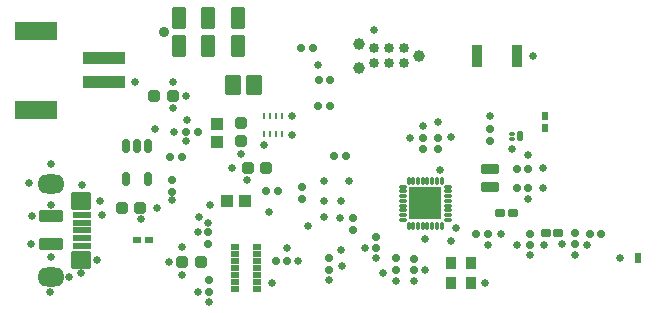
<source format=gts>
%TF.GenerationSoftware,KiCad,Pcbnew,9.0.3*%
%TF.CreationDate,2025-09-07T12:19:25+02:00*%
%TF.ProjectId,LoTiBloxy,4c6f5469-426c-46f7-9879-2e6b69636164,rev?*%
%TF.SameCoordinates,Original*%
%TF.FileFunction,Soldermask,Top*%
%TF.FilePolarity,Negative*%
%FSLAX46Y46*%
G04 Gerber Fmt 4.6, Leading zero omitted, Abs format (unit mm)*
G04 Created by KiCad (PCBNEW 9.0.3) date 2025-09-07 12:19:25*
%MOMM*%
%LPD*%
G01*
G04 APERTURE LIST*
G04 Aperture macros list*
%AMRoundRect*
0 Rectangle with rounded corners*
0 $1 Rounding radius*
0 $2 $3 $4 $5 $6 $7 $8 $9 X,Y pos of 4 corners*
0 Add a 4 corners polygon primitive as box body*
4,1,4,$2,$3,$4,$5,$6,$7,$8,$9,$2,$3,0*
0 Add four circle primitives for the rounded corners*
1,1,$1+$1,$2,$3*
1,1,$1+$1,$4,$5*
1,1,$1+$1,$6,$7*
1,1,$1+$1,$8,$9*
0 Add four rect primitives between the rounded corners*
20,1,$1+$1,$2,$3,$4,$5,0*
20,1,$1+$1,$4,$5,$6,$7,0*
20,1,$1+$1,$6,$7,$8,$9,0*
20,1,$1+$1,$8,$9,$2,$3,0*%
G04 Aperture macros list end*
%ADD10RoundRect,0.030000X-1.701800X0.749300X-1.701800X-0.749300X1.701800X-0.749300X1.701800X0.749300X0*%
%ADD11RoundRect,0.030000X-1.752600X0.495300X-1.752600X-0.495300X1.752600X-0.495300X1.752600X0.495300X0*%
%ADD12R,0.500000X0.900000*%
%ADD13RoundRect,0.150000X-0.150000X-0.200000X0.150000X-0.200000X0.150000X0.200000X-0.150000X0.200000X0*%
%ADD14RoundRect,0.030000X-0.469900X0.482600X-0.469900X-0.482600X0.469900X-0.482600X0.469900X0.482600X0*%
%ADD15RoundRect,0.155000X-0.185000X0.155000X-0.185000X-0.155000X0.185000X-0.155000X0.185000X0.155000X0*%
%ADD16RoundRect,0.155000X0.155000X0.185000X-0.155000X0.185000X-0.155000X-0.185000X0.155000X-0.185000X0*%
%ADD17RoundRect,0.240000X0.240000X0.265000X-0.240000X0.265000X-0.240000X-0.265000X0.240000X-0.265000X0*%
%ADD18RoundRect,0.030000X-0.698500X0.349250X-0.698500X-0.349250X0.698500X-0.349250X0.698500X0.349250X0*%
%ADD19RoundRect,0.102000X0.550000X0.710000X-0.550000X0.710000X-0.550000X-0.710000X0.550000X-0.710000X0*%
%ADD20RoundRect,0.030000X-0.355600X-0.279400X0.355600X-0.279400X0.355600X0.279400X-0.355600X0.279400X0*%
%ADD21R,0.660400X0.609600*%
%ADD22RoundRect,0.030000X-0.330200X-0.199999X0.330200X-0.199999X0.330200X0.199999X-0.330200X0.199999X0*%
%ADD23RoundRect,0.030000X-0.330200X-0.200000X0.330200X-0.200000X0.330200X0.200000X-0.330200X0.200000X0*%
%ADD24RoundRect,0.030000X-0.328850X-0.200000X0.328850X-0.200000X0.328850X0.200000X-0.328850X0.200000X0*%
%ADD25RoundRect,0.030000X-0.200000X-0.125000X0.200000X-0.125000X0.200000X0.125000X-0.200000X0.125000X0*%
%ADD26RoundRect,0.030000X-0.200000X-0.350000X0.200000X-0.350000X0.200000X0.350000X-0.200000X0.350000X0*%
%ADD27RoundRect,0.155000X-0.155000X-0.185000X0.155000X-0.185000X0.155000X0.185000X-0.155000X0.185000X0*%
%ADD28RoundRect,0.165000X-0.165000X0.415000X-0.165000X-0.415000X0.165000X-0.415000X0.165000X0.415000X0*%
%ADD29C,0.900000*%
%ADD30RoundRect,0.102000X0.500000X0.800000X-0.500000X0.800000X-0.500000X-0.800000X0.500000X-0.800000X0*%
%ADD31RoundRect,0.150000X-0.200000X0.150000X-0.200000X-0.150000X0.200000X-0.150000X0.200000X0.150000X0*%
%ADD32RoundRect,0.240000X-0.265000X0.240000X-0.265000X-0.240000X0.265000X-0.240000X0.265000X0.240000X0*%
%ADD33RoundRect,0.030000X-0.381000X0.482600X-0.381000X-0.482600X0.381000X-0.482600X0.381000X0.482600X0*%
%ADD34R,0.609600X0.660400*%
%ADD35RoundRect,0.240000X-0.240000X-0.265000X0.240000X-0.265000X0.240000X0.265000X-0.240000X0.265000X0*%
%ADD36C,0.990600*%
%ADD37C,0.847400*%
%ADD38R,0.253996X0.604900*%
%ADD39R,0.254000X0.604900*%
%ADD40RoundRect,0.155000X0.185000X-0.155000X0.185000X0.155000X-0.185000X0.155000X-0.185000X-0.155000X0*%
%ADD41O,0.699999X0.300000*%
%ADD42O,0.300000X0.699999*%
%ADD43C,0.600000*%
%ADD44R,2.799999X2.799999*%
%ADD45RoundRect,0.030000X-0.685800X0.228600X-0.685800X-0.228600X0.685800X-0.228600X0.685800X0.228600X0*%
%ADD46RoundRect,0.030000X-0.685800X0.224300X-0.685800X-0.224300X0.685800X-0.224300X0.685800X0.224300X0*%
%ADD47RoundRect,0.030000X-0.685800X0.224300X-0.685800X-0.224300X0.685800X-0.224300X0.685800X0.224300X0*%
%ADD48RoundRect,0.030000X-0.685800X0.219999X-0.685800X-0.219999X0.685800X-0.219999X0.685800X0.219999X0*%
%ADD49O,2.308200X1.622400*%
%ADD50RoundRect,0.030000X-0.774700X-0.711200X0.774700X-0.711200X0.774700X0.711200X-0.774700X0.711200X0*%
%ADD51RoundRect,0.030000X-0.952500X0.444500X-0.952500X-0.444500X0.952500X-0.444500X0.952500X0.444500X0*%
%ADD52RoundRect,0.150000X0.200000X-0.150000X0.200000X0.150000X-0.200000X0.150000X-0.200000X-0.150000X0*%
%ADD53RoundRect,0.150000X0.150000X0.200000X-0.150000X0.200000X-0.150000X-0.200000X0.150000X-0.200000X0*%
%ADD54RoundRect,0.030000X-0.400000X-0.850000X0.400000X-0.850000X0.400000X0.850000X-0.400000X0.850000X0*%
%ADD55RoundRect,0.030000X0.482600X0.469900X-0.482600X0.469900X-0.482600X-0.469900X0.482600X-0.469900X0*%
%ADD56C,0.670000*%
G04 APERTURE END LIST*
D10*
%TO.C,J2*%
X81605299Y-91350001D03*
X81605299Y-84649999D03*
D11*
X87355300Y-89000001D03*
X87355300Y-86999999D03*
%TD*%
D12*
%TO.C,AE2*%
X132600000Y-103918196D03*
%TD*%
D13*
%TO.C,R1*%
X106805000Y-95300000D03*
X107825000Y-95300000D03*
%TD*%
D14*
%TO.C,FB1*%
X96910000Y-92575700D03*
X96910000Y-94074300D03*
%TD*%
D15*
%TO.C,C21*%
X110388192Y-102120000D03*
X110388192Y-103080000D03*
%TD*%
D16*
%TO.C,C7*%
X95280000Y-93200000D03*
X94320000Y-93200000D03*
%TD*%
D15*
%TO.C,C13*%
X113600000Y-103970000D03*
X113600000Y-104930000D03*
%TD*%
D17*
%TO.C,C10*%
X101054200Y-96316800D03*
X99504200Y-96316800D03*
%TD*%
D18*
%TO.C,XTAL1*%
X120015000Y-96399350D03*
X120015000Y-97910650D03*
%TD*%
D19*
%TO.C,L1*%
X100035000Y-89300000D03*
X98265000Y-89300000D03*
%TD*%
D20*
%TO.C,L5*%
X124769300Y-101818196D03*
X125810700Y-101818196D03*
%TD*%
D21*
%TO.C,D1*%
X91180273Y-102404419D03*
X90138873Y-102404419D03*
%TD*%
D13*
%TO.C,R9*%
X104036400Y-86106000D03*
X105056400Y-86106000D03*
%TD*%
D15*
%TO.C,C5*%
X127240000Y-101788196D03*
X127240000Y-102748196D03*
%TD*%
D22*
%TO.C,U1*%
X98425000Y-102975001D03*
D23*
X98425000Y-103575000D03*
D22*
X98425000Y-104175001D03*
D23*
X98425000Y-104775000D03*
X98425000Y-105375000D03*
X98425000Y-105975000D03*
X98425000Y-106575000D03*
X100330000Y-106575000D03*
X100330000Y-105975000D03*
X100330000Y-105375000D03*
D24*
X100331350Y-104775000D03*
D22*
X100330000Y-104175001D03*
D23*
X100330000Y-103575000D03*
D22*
X100330000Y-102975001D03*
%TD*%
D20*
%TO.C,L4*%
X120919300Y-100118196D03*
X121960700Y-100118196D03*
%TD*%
D25*
%TO.C,Q1*%
X121900000Y-93375001D03*
D26*
X122600000Y-93600000D03*
D25*
X121900000Y-93824999D03*
%TD*%
D27*
%TO.C,C15*%
X122285000Y-96355000D03*
X123245000Y-96355000D03*
%TD*%
%TO.C,C6*%
X128510000Y-101838196D03*
X129470000Y-101838196D03*
%TD*%
D28*
%TO.C,U4*%
X91075000Y-94450000D03*
X90125000Y-94450000D03*
X89175000Y-94450000D03*
X89175000Y-97250000D03*
X91075000Y-97250000D03*
%TD*%
D29*
%TO.C,S3*%
X92425000Y-84775000D03*
D30*
X98700000Y-86000000D03*
X98700000Y-83600000D03*
X96200000Y-86000000D03*
X96200000Y-83600000D03*
X93700000Y-86000000D03*
X93700000Y-83600000D03*
%TD*%
D17*
%TO.C,C2*%
X95525000Y-104250000D03*
X93975000Y-104250000D03*
%TD*%
D16*
%TO.C,C19*%
X106480000Y-88800000D03*
X105520000Y-88800000D03*
%TD*%
D31*
%TO.C,R7*%
X106400000Y-103890000D03*
X106400000Y-104910000D03*
%TD*%
D13*
%TO.C,R4*%
X105490000Y-91000000D03*
X106510000Y-91000000D03*
%TD*%
D32*
%TO.C,C11*%
X98960000Y-92475000D03*
X98960000Y-94025000D03*
%TD*%
D15*
%TO.C,C20*%
X96274700Y-105811600D03*
X96274700Y-106771600D03*
%TD*%
D33*
%TO.C,XTAL2*%
X118450001Y-104297401D03*
X116749999Y-104297401D03*
X116749999Y-106050001D03*
X118450001Y-106050001D03*
%TD*%
D34*
%TO.C,D2*%
X124690000Y-92943196D03*
X124690000Y-91901796D03*
%TD*%
D35*
%TO.C,C18*%
X91625000Y-90200000D03*
X93175000Y-90200000D03*
%TD*%
D36*
%TO.C,J1*%
X114000000Y-86800000D03*
X108920000Y-87816000D03*
X108920000Y-85784000D03*
D37*
X112730000Y-86165000D03*
X112730000Y-87435000D03*
X111460000Y-86165000D03*
X111460000Y-87435000D03*
X110190000Y-86165000D03*
X110190000Y-87435000D03*
%TD*%
D38*
%TO.C,U3*%
X100900001Y-93452450D03*
D39*
X101400000Y-93452450D03*
X101900000Y-93452450D03*
D38*
X102399999Y-93452450D03*
D39*
X102400001Y-91847550D03*
X101900000Y-91847550D03*
X101400000Y-91847550D03*
D38*
X100900001Y-91847550D03*
%TD*%
D31*
%TO.C,R6*%
X93088873Y-97269419D03*
X93088873Y-98289419D03*
%TD*%
D40*
%TO.C,C8*%
X115640000Y-94698196D03*
X115640000Y-93738196D03*
%TD*%
D31*
%TO.C,R2*%
X104140000Y-97915000D03*
X104140000Y-98935000D03*
%TD*%
D35*
%TO.C,C12*%
X88875000Y-99650000D03*
X90425000Y-99650000D03*
%TD*%
D40*
%TO.C,C1*%
X96174700Y-102691600D03*
X96174700Y-101731600D03*
%TD*%
D41*
%TO.C,U2*%
X116439999Y-100668198D03*
X116439999Y-100268197D03*
X116439999Y-99868197D03*
X116439999Y-99468198D03*
X116439999Y-99068196D03*
X116439999Y-98668197D03*
X116439999Y-98268198D03*
X116439999Y-97868196D03*
D42*
X115940000Y-97368197D03*
X115539998Y-97368197D03*
X115139999Y-97368197D03*
X114740000Y-97368197D03*
X114339998Y-97368197D03*
X113939999Y-97368197D03*
X113539999Y-97368197D03*
X113139998Y-97368197D03*
D41*
X112640001Y-97868196D03*
X112640001Y-98268198D03*
X112640001Y-98668197D03*
X112640001Y-99068196D03*
X112640001Y-99468198D03*
X112640001Y-99868197D03*
X112640001Y-100268197D03*
X112640001Y-100668198D03*
D42*
X113139998Y-101168195D03*
X113539999Y-101168195D03*
X113939999Y-101168195D03*
X114339998Y-101168195D03*
X114740000Y-101168195D03*
X115139999Y-101168195D03*
X115539998Y-101168195D03*
X115940000Y-101168195D03*
D43*
X115565000Y-99268196D03*
X114540000Y-100318196D03*
X114540000Y-98218196D03*
X114539997Y-99268196D03*
D44*
X114539997Y-99268196D03*
D43*
X113465000Y-99268196D03*
%TD*%
D15*
%TO.C,C9*%
X112065000Y-103938196D03*
X112065000Y-104898196D03*
%TD*%
D45*
%TO.C,J3*%
X85493500Y-102875000D03*
D46*
X85493500Y-102220699D03*
D47*
X85493500Y-101570700D03*
D48*
X85493500Y-100925001D03*
D45*
X85493500Y-100275000D03*
D49*
X82829299Y-97625000D03*
D50*
X85404600Y-99112501D03*
D51*
X82829299Y-100387500D03*
X82829299Y-102762500D03*
D50*
X85404600Y-104037499D03*
D49*
X82829299Y-105525000D03*
%TD*%
D27*
%TO.C,C14*%
X118885000Y-101918196D03*
X119845000Y-101918196D03*
%TD*%
%TO.C,C3*%
X101920000Y-104200000D03*
X102880000Y-104200000D03*
%TD*%
%TO.C,C16*%
X122285000Y-97955000D03*
X123245000Y-97955000D03*
%TD*%
D52*
%TO.C,R10*%
X120000000Y-93968197D03*
X120000000Y-92948197D03*
%TD*%
%TO.C,R3*%
X108407200Y-101551200D03*
X108407200Y-100531200D03*
%TD*%
D13*
%TO.C,R8*%
X101039200Y-98196400D03*
X102059200Y-98196400D03*
%TD*%
D15*
%TO.C,C4*%
X123390000Y-101838196D03*
X123390000Y-102798196D03*
%TD*%
D53*
%TO.C,R5*%
X93973873Y-95379419D03*
X92953873Y-95379419D03*
%TD*%
D54*
%TO.C,S1*%
X118900000Y-86800000D03*
X122300000Y-86800000D03*
%TD*%
D55*
%TO.C,FB2*%
X99299300Y-99100000D03*
X97800700Y-99100000D03*
%TD*%
D40*
%TO.C,C17*%
X114340000Y-94698196D03*
X114340000Y-93738196D03*
%TD*%
D56*
X96174700Y-100975300D03*
X95325000Y-101750000D03*
X92850000Y-104250000D03*
X84375000Y-105525000D03*
X124495000Y-97955000D03*
X85450000Y-97750000D03*
X87050000Y-99100000D03*
X120000000Y-91875000D03*
X91650000Y-93000000D03*
X96250000Y-107600000D03*
X95321600Y-106771600D03*
X113300000Y-93738196D03*
X106400000Y-105750000D03*
X126150000Y-102725000D03*
X114525000Y-104925000D03*
X120950000Y-101900000D03*
X131075000Y-103900000D03*
X111000000Y-105150000D03*
X98166800Y-96316800D03*
X103775000Y-104200000D03*
X115640000Y-92410000D03*
X82850000Y-95950000D03*
X123700000Y-86800000D03*
X124500000Y-96300000D03*
X100875000Y-94350000D03*
X93200000Y-91200000D03*
X90450000Y-100600000D03*
X116700000Y-93700000D03*
X102880000Y-103105000D03*
X93175000Y-88975000D03*
X123250000Y-95200000D03*
X94300000Y-94000000D03*
X114350000Y-92700000D03*
X99475000Y-97325000D03*
X119585000Y-106050001D03*
X119845000Y-102795000D03*
X124600000Y-102800000D03*
X90000000Y-88975000D03*
X93250000Y-93200000D03*
X98960000Y-95140000D03*
X81225000Y-100375000D03*
X112050000Y-105850000D03*
X82850000Y-103850000D03*
X128250000Y-102800000D03*
X93088873Y-99038873D03*
X87200000Y-100250000D03*
X93975000Y-105374400D03*
X82800000Y-106825000D03*
X82850000Y-99400000D03*
X105475000Y-87600000D03*
X123245000Y-98895000D03*
X110375000Y-103896400D03*
X81200000Y-102700000D03*
X86732618Y-104056948D03*
X94350000Y-92250000D03*
X110175000Y-84575000D03*
X127250000Y-103650000D03*
X122301804Y-102798196D03*
X121900000Y-94700000D03*
X91850000Y-99650000D03*
X103250000Y-91850000D03*
X123390000Y-103640000D03*
X101600000Y-106000000D03*
X85400000Y-105150000D03*
X93975000Y-102991294D03*
X94300000Y-90200000D03*
X103250000Y-93475000D03*
X113600000Y-105850000D03*
X109480000Y-103080000D03*
X81000000Y-97600000D03*
X95376600Y-100406600D03*
X96331902Y-99451298D03*
X117150000Y-101400000D03*
X114550000Y-102300000D03*
X116725000Y-102500000D03*
X107500000Y-104565000D03*
X115800000Y-96450000D03*
X107450000Y-103215000D03*
X104650000Y-101200000D03*
X101281475Y-100025000D03*
X106000000Y-99100000D03*
X107430000Y-99100000D03*
X105950000Y-97375000D03*
X108090000Y-97400000D03*
X106000000Y-100475000D03*
X107354000Y-100500000D03*
M02*

</source>
